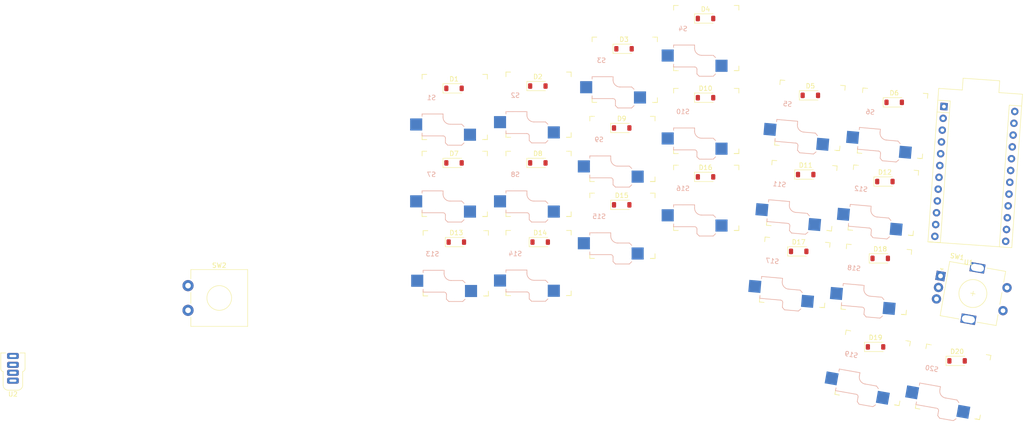
<source format=kicad_pcb>
(kicad_pcb (version 20241229) (generator "pcbnew") (generator_version "9.0")
  (layers (0 "F.Cu" signal) (2 "B.Cu" signal) (13 "F.Paste" user) (15 "B.Paste" user) (5 "F.SilkS" user "F.Silkscreen") (7 "B.SilkS" user "B.Silkscreen") (1 "F.Mask" user) (3 "B.Mask" user) (25 "Edge.Cuts" user))
  (net 0 "")
  (net 1 "0 Row")
  (net 2 "Net-(D1-A)")
  (net 3 "Net-(D2-A)")
  (net 4 "Net-(D3-A)")
  (net 5 "Net-(D4-A)")
  (net 6 "Net-(D5-A)")
  (net 7 "Net-(D6-A)")
  (net 8 "1 Row")
  (net 9 "Net-(D7-A)")
  (net 10 "Net-(D8-A)")
  (net 11 "Net-(D9-A)")
  (net 12 "Net-(D10-A)")
  (net 13 "Net-(D11-A)")
  (net 14 "Net-(D12-A)")
  (net 15 "Net-(D13-A)")
  (net 16 "2 Row")
  (net 17 "Net-(D14-A)")
  (net 18 "Net-(D15-A)")
  (net 19 "Net-(D16-A)")
  (net 20 "Net-(D17-A)")
  (net 21 "Net-(D18-A)")
  (net 22 "3 Row")
  (net 23 "Net-(D19-A)")
  (net 24 "Net-(D20-A)")
  (net 25 "0 Column")
  (net 26 "1 Column")
  (net 27 "2 Column")
  (net 28 "3 Column")
  (net 29 "4 Column")
  (net 30 "5 Column")
  (net 31 "GND")
  (net 32 "Net-(U1-5{slash}PC6)")
  (net 33 "Net-(U1-A3{slash}PF4)")
  (net 34 "Net-(U1-4{slash}PD4)")
  (net 35 "RST")
  (net 36 "VCC")
  (net 39 "SCL")
  (net 40 "SDA")
  (footprint "Diode_SMD:D_SOD-123" (layer "F.Cu") (at 230.85 73)
    (property "Reference" "D5" (at 0 -2 0) (layer "F.SilkS"))
    (property "Value" "~")
    (pad "1" smd roundrect (at -1.65 0) (size 0.9 1.2) (layers "F.Cu" "F.Mask" "F.Paste") (net 1 "0 Row"))
    (pad "2" smd roundrect (at 1.65 0) (size 0.9 1.2) (layers "F.Cu" "F.Mask" "F.Paste") (net 6 "Net-(D5-A)"))
  )
  (footprint "Diode_SMD:D_SOD-123" (layer "F.Cu") (at 208.35 73.5)
    (property "Reference" "D10" (at 0 -2 0) (layer "F.SilkS"))
    (property "Value" "~")
    (pad "1" smd roundrect (at -1.65 0) (size 0.9 1.2) (layers "F.Cu" "F.Mask" "F.Paste") (net 8 "1 Row"))
    (pad "2" smd roundrect (at 1.65 0) (size 0.9 1.2) (layers "F.Cu" "F.Mask" "F.Paste") (net 12 "Net-(D10-A)"))
  )
  (footprint "keyswitches:Kailh_socket_PG1350" (layer "F.Cu") (at 246.520929 95.520643 -5)
    (property "Reference" "S12" (at -5.000001 -2.000001 175) (layer "B.SilkS") (effects (justify mirror)))
    (property "Value" "~")
    (pad "" np_thru_hole circle (at -5.5 0 355) (size 1.7018 1.7018) (drill 1.7018) (layers "*.Cu" "*.Mask"))
    (pad "" np_thru_hole circle (at -5 3.750001 355) (size 3 3) (drill 3) (layers "*.Cu" "*.Mask"))
    (pad "" np_thru_hole circle (at 0 0 355) (size 3.429 3.429) (drill 3.429) (layers "*.Cu" "*.Mask"))
    (pad "" np_thru_hole circle (at 0 5.95 355) (size 3 3) (drill 3) (layers "*.Cu" "*.Mask"))
    (pad "" np_thru_hole circle (at 5.22 -4.2 355) (size 0.9906 0.9906) (drill 0.9906) (layers "*.Cu" "*.Mask"))
    (pad "" np_thru_hole circle (at 5.5 0 355) (size 1.7018 1.7018) (drill 1.7018) (layers "*.Cu" "*.Mask"))
    (pad "1" smd rect (at 3.275 5.95 355) (size 2.6 2.6) (layers "B.Cu" "B.Mask" "B.Paste") (net 30 "5 Column"))
    (pad "2" smd rect (at -8.275 3.75 355) (size 2.6 2.6) (layers "B.Cu" "B.Mask" "B.Paste") (net 14 "Net-(D12-A)"))
  )
  (footprint "Diode_SMD:D_SOD-123" (layer "F.Cu") (at 154.35 87.5)
    (property "Reference" "D7" (at 0 -2 0) (layer "F.SilkS"))
    (property "Value" "~")
    (pad "1" smd roundrect (at -1.65 0) (size 0.9 1.2) (layers "F.Cu" "F.Mask" "F.Paste") (net 8 "1 Row"))
    (pad "2" smd roundrect (at 1.65 0) (size 0.9 1.2) (layers "F.Cu" "F.Mask" "F.Paste") (net 9 "Net-(D7-A)"))
  )
  (footprint "Diode_SMD:D_SOD-123" (layer "F.Cu") (at 208.35 90.5)
    (property "Reference" "D16" (at 0 -2 0) (layer "F.SilkS"))
    (property "Value" "~")
    (pad "1" smd roundrect (at -1.65 0) (size 0.9 1.2) (layers "F.Cu" "F.Mask" "F.Paste") (net 16 "2 Row"))
    (pad "2" smd roundrect (at 1.65 0) (size 0.9 1.2) (layers "F.Cu" "F.Mask" "F.Paste") (net 19 "Net-(D16-A)"))
  )
  (footprint "keyswitches:Kailh_socket_PG1350" (layer "F.Cu") (at 261.5 134.5 -10)
    (property "Reference" "S20" (at -5.000003 -2 170) (layer "B.SilkS") (effects (justify mirror)))
    (property "Value" "~")
    (pad "" np_thru_hole circle (at -5.500001 -0.000001 350) (size 1.7018 1.7018) (drill 1.7018) (layers "*.Cu" "*.Mask"))
    (pad "" np_thru_hole circle (at -5.000001 3.75 350) (size 3 3) (drill 3) (layers "*.Cu" "*.Mask"))
    (pad "" np_thru_hole circle (at 0 0 350) (size 3.429 3.429) (drill 3.429) (layers "*.Cu" "*.Mask"))
    (pad "" np_thru_hole circle (at 0 5.95 350) (size 3 3) (drill 3) (layers "*.Cu" "*.Mask"))
    (pad "" np_thru_hole circle (at 5.219999 -4.2 350) (size 0.9906 0.9906) (drill 0.9906) (layers "*.Cu" "*.Mask"))
    (pad "" np_thru_hole circle (at 5.500001 0.000001 350) (size 1.7018 1.7018) (drill 1.7018) (layers "*.Cu" "*.Mask"))
    (pad "1" smd rect (at 3.274999 5.95 350) (size 2.6 2.6) (layers "B.Cu" "B.Mask" "B.Paste") (net 30 "5 Column"))
    (pad "2" smd rect (at -8.275 3.75 350) (size 2.6 2.6) (layers "B.Cu" "B.Mask" "B.Paste") (net 24 "Net-(D20-A)"))
  )
  (footprint "Diode_SMD:D_SOD-123" (layer "F.Cu") (at 190.85 63)
    (property "Reference" "D3" (at 0 -2 0) (layer "F.SilkS"))
    (property "Value" "~")
    (pad "1" smd roundrect (at -1.65 0) (size 0.9 1.2) (layers "F.Cu" "F.Mask" "F.Paste") (net 1 "0 Row"))
    (pad "2" smd roundrect (at 1.65 0) (size 0.9 1.2) (layers "F.Cu" "F.Mask" "F.Paste") (net 4 "Net-(D3-A)"))
  )
  (footprint "Diode_SMD:D_SOD-123" (layer "F.Cu") (at 248.85 74.5)
    (property "Reference" "D6" (at 0 -2 0) (layer "F.SilkS"))
    (property "Value" "~")
    (pad "1" smd roundrect (at -1.65 0) (size 0.9 1.2) (layers "F.Cu" "F.Mask" "F.Paste") (net 1 "0 Row"))
    (pad "2" smd roundrect (at 1.65 0) (size 0.9 1.2) (layers "F.Cu" "F.Mask" "F.Paste") (net 7 "Net-(D6-A)"))
  )
  (footprint "Diode_SMD:D_SOD-123" (layer "F.Cu") (at 190.35 96.5)
    (property "Reference" "D15" (at 0 -2 0) (layer "F.SilkS"))
    (property "Value" "~")
    (pad "1" smd roundrect (at -1.65 0) (size 0.9 1.2) (layers "F.Cu" "F.Mask" "F.Paste") (net 16 "2 Row"))
    (pad "2" smd roundrect (at 1.65 0) (size 0.9 1.2) (layers "F.Cu" "F.Mask" "F.Paste") (net 18 "Net-(D15-A)"))
  )
  (footprint "keyswitches:Kailh_socket_PG1350" (layer "F.Cu") (at 227.5 111 -5)
    (property "Reference" "S17" (at -5.000001 -2.000001 175) (layer "B.SilkS") (effects (justify mirror)))
    (property "Value" "~")
    (pad "" np_thru_hole circle (at -5.5 0 355) (size 1.7018 1.7018) (drill 1.7018) (layers "*.Cu" "*.Mask"))
    (pad "" np_thru_hole circle (at -5 3.750001 355) (size 3 3) (drill 3) (layers "*.Cu" "*.Mask"))
    (pad "" np_thru_hole circle (at 0 0 355) (size 3.429 3.429) (drill 3.429) (layers "*.Cu" "*.Mask"))
    (pad "" np_thru_hole circle (at 0 5.95 355) (size 3 3) (drill 3) (layers "*.Cu" "*.Mask"))
    (pad "" np_thru_hole circle (at 5.22 -4.2 355) (size 0.9906 0.9906) (drill 0.9906) (layers "*.Cu" "*.Mask"))
    (pad "" np_thru_hole circle (at 5.5 0 355) (size 1.7018 1.7018) (drill 1.7018) (layers "*.Cu" "*.Mask"))
    (pad "1" smd rect (at 3.275 5.95 355) (size 2.6 2.6) (layers "B.Cu" "B.Mask" "B.Paste") (net 29 "4 Column"))
    (pad "2" smd rect (at -8.275 3.75 355) (size 2.6 2.6) (layers "B.Cu" "B.Mask" "B.Paste") (net 20 "Net-(D17-A)"))
  )
  (footprint "keyswitches:Kailh_socket_PG1350" (layer "F.Cu") (at 208.5 78.5)
    (property "Reference" "S10" (at -5 -2 0) (layer "B.SilkS") (effects (justify mirror)))
    (property "Value" "~")
    (pad "" np_thru_hole circle (at -5.5 0) (size 1.7018 1.7018) (drill 1.7018) (layers "*.Cu" "*.Mask"))
    (pad "" np_thru_hole circle (at -5 3.75) (size 3 3) (drill 3) (layers "*.Cu" "*.Mask"))
    (pad "" np_thru_hole circle (at 0 0) (size 3.429 3.429) (drill 3.429) (layers "*.Cu" "*.Mask"))
    (pad "" np_thru_hole circle (at 0 5.95) (size 3 3) (drill 3) (layers "*.Cu" "*.Mask"))
    (pad "" np_thru_hole circle (at 5.22 -4.2) (size 0.9906 0.9906) (drill 0.9906) (layers "*.Cu" "*.Mask"))
    (pad "" np_thru_hole circle (at 5.5 0) (size 1.7018 1.7018) (drill 1.7018) (layers "*.Cu" "*.Mask"))
    (pad "1" smd rect (at 3.275 5.95) (size 2.6 2.6) (layers "B.Cu" "B.Mask" "B.Paste") (net 28 "3 Column"))
    (pad "2" smd rect (at -8.275 3.75) (size 2.6 2.6) (layers "B.Cu" "B.Mask" "B.Paste") (net 12 "Net-(D10-A)"))
  )
  (footprint "Diode_SMD:D_SOD-123" (layer "F.Cu") (at 229.85 90)
    (property "Reference" "D11" (at 0 -2 0) (layer "F.SilkS"))
    (property "Value" "~")
    (pad "1" smd roundrect (at -1.65 0) (size 0.9 1.2) (layers "F.Cu" "F.Mask" "F.Paste") (net 8 "1 Row"))
    (pad "2" smd roundrect (at 1.65 0) (size 0.9 1.2) (layers "F.Cu" "F.Mask" "F.Paste") (net 13 "Net-(D11-A)"))
  )
  (footprint "Diode_SMD:D_SOD-123" (layer "F.Cu") (at 245.85 108)
    (property "Reference" "D18" (at 0 -2 0) (layer "F.SilkS"))
    (property "Value" "~")
    (pad "1" smd roundrect (at -1.65 0) (size 0.9 1.2) (layers "F.Cu" "F.Mask" "F.Paste") (net 16 "2 Row"))
    (pad "2" smd roundrect (at 1.65 0) (size 0.9 1.2) (layers "F.Cu" "F.Mask" "F.Paste") (net 21 "Net-(D18-A)"))
  )
  (footprint "keyswitches:Kailh_socket_PG1350" (layer "F.Cu") (at 230.756039 77.287206 -5)
    (property "Reference" "S5" (at -5.000001 -2.000001 175) (layer "B.SilkS") (effects (justify mirror)))
    (property "Value" "~")
    (pad "" np_thru_hole circle (at -5.5 0 355) (size 1.7018 1.7018) (drill 1.7018) (layers "*.Cu" "*.Mask"))
    (pad "" np_thru_hole circle (at -5 3.750001 355) (size 3 3) (drill 3) (layers "*.Cu" "*.Mask"))
    (pad "" np_thru_hole circle (at 0 0 355) (size 3.429 3.429) (drill 3.429) (layers "*.Cu" "*.Mask"))
    (pad "" np_thru_hole circle (at 0 5.95 355) (size 3 3) (drill 3) (layers "*.Cu" "*.Mask"))
    (pad "" np_thru_hole circle (at 5.22 -4.2 355) (size 0.9906 0.9906) (drill 0.9906) (layers "*.Cu" "*.Mask"))
    (pad "" np_thru_hole circle (at 5.5 0 355) (size 1.7018 1.7018) (drill 1.7018) (layers "*.Cu" "*.Mask"))
    (pad "1" smd rect (at 3.275 5.95 355) (size 2.6 2.6) (layers "B.Cu" "B.Mask" "B.Paste") (net 29 "4 Column"))
    (pad "2" smd rect (at -8.275 3.75 355) (size 2.6 2.6) (layers "B.Cu" "B.Mask" "B.Paste") (net 6 "Net-(D5-A)"))
  )
  (footprint "keyswitches:Kailh_socket_PG1350" (layer "F.Cu") (at 154.5 75.5)
    (property "Reference" "S1" (at -5 -2 0) (layer "B.SilkS") (effects (justify mirror)))
    (property "Value" "~")
    (pad "" np_thru_hole circle (at -5.5 0) (size 1.7018 1.7018) (drill 1.7018) (layers "*.Cu" "*.Mask"))
    (pad "" np_thru_hole circle (at -5 3.75) (size 3 3) (drill 3) (layers "*.Cu" "*.Mask"))
    (pad "" np_thru_hole circle (at 0 0) (size 3.429 3.429) (drill 3.429) (layers "*.Cu" "*.Mask"))
    (pad "" np_thru_hole circle (at 0 5.95) (size 3 3) (drill 3) (layers "*.Cu" "*.Mask"))
    (pad "" np_thru_hole circle (at 5.22 -4.2) (size 0.9906 0.9906) (drill 0.9906) (layers "*.Cu" "*.Mask"))
    (pad "" np_thru_hole circle (at 5.5 0) (size 1.7018 1.7018) (drill 1.7018) (layers "*.Cu" "*.Mask"))
    (pad "1" smd rect (at 3.275 5.95) (size 2.6 2.6) (layers "B.Cu" "B.Mask" "B.Paste") (net 25 "0 Column"))
    (pad "2" smd rect (at -8.275 3.75) (size 2.6 2.6) (layers "B.Cu" "B.Mask" "B.Paste") (net 2 "Net-(D1-A)"))
  )
  (footprint "Diode_SMD:D_SOD-123" (layer "F.Cu") (at 172.35 87.5)
    (property "Reference" "D8" (at 0 -2 0) (layer "F.SilkS"))
    (property "Value" "~")
    (pad "1" smd roundrect (at -1.65 0) (size 0.9 1.2) (layers "F.Cu" "F.Mask" "F.Paste") (net 8 "1 Row"))
    (pad "2" smd roundrect (at 1.65 0) (size 0.9 1.2) (layers "F.Cu" "F.Mask" "F.Paste") (net 10 "Net-(D8-A)"))
  )
  (footprint "Diode_SMD:D_SOD-123" (layer "F.Cu") (at 172.85 104.5)
    (property "Reference" "D14" (at 0 -2 0) (layer "F.SilkS"))
    (property "Value" "~")
    (pad "1" smd roundrect (at -1.65 0) (size 0.9 1.2) (layers "F.Cu" "F.Mask" "F.Paste") (net 16 "2 Row"))
    (pad "2" smd roundrect (at 1.65 0) (size 0.9 1.2) (layers "F.Cu" "F.Mask" "F.Paste") (net 17 "Net-(D14-A)"))
  )
  (footprint "keyswitches:Kailh_socket_PG1350" (layer "F.Cu") (at 229.020929 94.520643 -5)
    (property "Reference" "S11" (at -5.000001 -2.000001 175) (layer "B.SilkS") (effects (justify mirror)))
    (property "Value" "~")
    (pad "" np_thru_hole circle (at -5.5 0 355) (size 1.7018 1.7018) (drill 1.7018) (layers "*.Cu" "*.Mask"))
    (pad "" np_thru_hole circle (at -5 3.750001 355) (size 3 3) (drill 3) (layers "*.Cu" "*.Mask"))
    (pad "" np_thru_hole circle (at 0 0 355) (size 3.429 3.429) (drill 3.429) (layers "*.Cu" "*.Mask"))
    (pad "" np_thru_hole circle (at 0 5.95 355) (size 3 3) (drill 3) (layers "*.Cu" "*.Mask"))
    (pad "" np_thru_hole circle (at 5.22 -4.2 355) (size 0.9906 0.9906) (drill 0.9906) (layers "*.Cu" "*.Mask"))
    (pad "" np_thru_hole circle (at 5.5 0 355) (size 1.7018 1.7018) (drill 1.7018) (layers "*.Cu" "*.Mask"))
    (pad "1" smd rect (at 3.275 5.95 355) (size 2.6 2.6) (layers "B.Cu" "B.Mask" "B.Paste") (net 29 "4 Column"))
    (pad "2" smd rect (at -8.275 3.75 355) (size 2.6 2.6) (layers "B.Cu" "B.Mask" "B.Paste") (net 13 "Net-(D11-A)"))
  )
  (footprint "keyswitches:Kailh_socket_PG1350" (layer "F.Cu") (at 244.222637 131.5 -10)
    (property "Reference" "S19" (at -5.000003 -2 170) (layer "B.SilkS") (effects (justify mirror)))
    (property "Value" "~")
    (pad "" np_thru_hole circle (at -5.500001 -0.000001 350) (size 1.7018 1.7018) (drill 1.7018) (layers "*.Cu" "*.Mask"))
    (pad "" np_thru_hole circle (at -5.000001 3.75 350) (size 3 3) (drill 3) (layers "*.Cu" "*.Mask"))
    (pad "" np_thru_hole circle (at 0 0 350) (size 3.429 3.429) (drill 3.429) (layers "*.Cu" "*.Mask"))
    (pad "" np_thru_hole circle (at 0 5.95 350) (size 3 3) (drill 3) (layers "*.Cu" "*.Mask"))
    (pad "" np_thru_hole circle (at 5.219999 -4.2 350) (size 0.9906 0.9906) (drill 0.9906) (layers "*.Cu" "*.Mask"))
    (pad "" np_thru_hole circle (at 5.500001 0.000001 350) (size 1.7018 1.7018) (drill 1.7018) (layers "*.Cu" "*.Mask"))
    (pad "1" smd rect (at 3.274999 5.95 350) (size 2.6 2.6) (layers "B.Cu" "B.Mask" "B.Paste") (net 29 "4 Column"))
    (pad "2" smd rect (at -8.275 3.75 350) (size 2.6 2.6) (layers "B.Cu" "B.Mask" "B.Paste") (net 23 "Net-(D19-A)"))
  )
  (footprint "Connector_Audio:Plug_3.5mm_CUI_SP-3541" (layer "F.Cu") (at 59.655 128.95)
    (property "Reference" "U2" (at 0 8.2 0) (layer "F.SilkS"))
    (property "Value" "TRRS")
    (pad "R1" thru_hole roundrect (at 0 3.6) (size 2.5 1.3) (drill oval 1.5 0.5) (layers "*.Cu" "*.Mask"))
    (pad "R2" thru_hole roundrect (at 0 1.9) (size 2.5 1.3) (drill oval 1.5 0.5) (layers "*.Cu" "*.Mask"))
    (pad "S" thru_hole roundrect (at 0 0) (size 2.5 1.3) (drill oval 1.5 0.5) (layers "*.Cu" "*.Mask"))
    (pad "T" thru_hole roundrect (at 0 5.3) (size 2.5 1.3) (drill oval 1.5 0.5) (layers "*.Cu" "*.Mask"))
  )
  (footprint "Arduino:Sparkfun_Pro_Micro" (layer "F.Cu") (at 272.785424 104.33359 176)
    (property "Reference" "U1" (at 7.62 -5.08 176) (layer "F.SilkS"))
    (property "Value" "Arduino_Pro_Micro")
    (pad "1" thru_hole rect (at 15.240001 27.94 176) (size 1.6 1.6) (drill 0.8) (layers "*.Cu" "*.Mask"))
    (pad "2" thru_hole oval (at 15.24 25.399999 176) (size 1.6 1.6) (drill 0.8) (layers "*.Cu" "*.Mask"))
    (pad "3" thru_hole oval (at 15.24 22.860001 176) (size 1.6 1.6) (drill 0.8) (layers "*.Cu" "*.Mask") (net 31 "GND"))
    (pad "4" thru_hole oval (at 15.239999 20.32 176) (size 1.6 1.6) (drill 0.8) (layers "*.Cu" "*.Mask") (net 31 "GND"))
    (pad "5" thru_hole oval (at 15.24 17.780001 176) (size 1.6 1.6) (drill 0.8) (layers "*.Cu" "*.Mask") (net 40 "SDA"))
    (pad "6" thru_hole oval (at 15.24 15.240001 176) (size 1.6 1.6) (drill 0.8) (layers "*.Cu" "*.Mask") (net 39 "SCL"))
    (pad "7" thru_hole oval (at 15.239999 12.699999 176) (size 1.6 1.6) (drill 0.8) (layers "*.Cu" "*.Mask") (net 34 "Net-(U1-4{slash}PD4)"))
    (pad "8" thru_hole oval (at 15.24 10.16 176) (size 1.6 1.6) (drill 0.8) (layers "*.Cu" "*.Mask") (net 32 "Net-(U1-5{slash}PC6)"))
    (pad "9" thru_hole oval (at 15.240001 7.62 176) (size 1.6 1.6) (drill 0.8) (layers "*.Cu" "*.Mask") (net 30 "5 Column"))
    (pad "10" thru_hole oval (at 15.240001 5.08 176) (size 1.6 1.6) (drill 0.8) (layers "*.Cu" "*.Mask") (net 29 "4 Column"))
    (pad "11" thru_hole oval (at 15.24 2.54 176) (size 1.6 1.6) (drill 0.8) (layers "*.Cu" "*.Mask") (net 28 "3 Column"))
    (pad "12" thru_hole oval (at 15.24 0.000001 176) (size 1.6 1.6) (drill 0.8) (layers "*.Cu" "*.Mask") (net 27 "2 Column"))
    (pad "13" thru_hole oval (at 0 0 176) (size 1.6 1.6) (drill 0.8) (layers "*.Cu" "*.Mask"))
    (pad "14" thru_hole oval (at -0.000001 2.54 176) (size 1.6 1.6) (drill 0.8) (layers "*.Cu" "*.Mask") (net 25 "0 Column"))
    (pad "15" thru_hole oval (at 0.000001 5.08 176) (size 1.6 1.6) (drill 0.8) (layers "*.Cu" "*.Mask") (net 26 "1 Column"))
    (pad "16" thru_hole oval (at 0 7.62 176) (size 1.6 1.6) (drill 0.8) (layers "*.Cu" "*.Mask") (net 22 "3 Row"))
    (pad "17" thru_hole oval (at 0.000002 10.16 176) (size 1.6 1.6) (drill 0.8) (layers "*.Cu" "*.Mask") (net 16 "2 Row"))
    (pad "18" thru_hole oval (at -0.000001 12.700001 176) (size 1.6 1.6) (drill 0.8) (layers "*.Cu" "*.Mask") (net 8 "1 Row"))
    (pad "19" thru_hole oval (at -0.000001 15.24 176) (size 1.6 1.6) (drill 0.8) (layers "*.Cu" "*.Mask") (net 1 "0 Row"))
    (pad "20" thru_hole oval (at 0 17.78 176) (size 1.6 1.6) (drill 0.8) (layers "*.Cu" "*.Mask") (net 33 "Net-(U1-A3{slash}PF4)"))
    (pad "21" thru_hole oval (at 0 20.32 176) (size 1.6 1.6) (drill 0.8) (layers "*.Cu" "*.Mask") (net 36 "VCC"))
    (pad "22" thru_hole oval (at 0.000001 22.86 176) (size 1.6 1.6) (drill 0.8) (layers "*.Cu" "*.Mask") (net 35 "RST"))
    (pad "23" thru_hole oval (at 0 25.4 176) (size 1.6 1.6) (drill 0.8) (layers "*.Cu" "*.Mask") (net 31 "GND"))
    (pad "24" thru_hole oval (at 0 27.939999 176) (size 1.6 1.6) (drill 0.8) (layers "*.Cu" "*.Mask"))
  )
  (footprint "Diode_SMD:D_SOD-123" (layer "F.Cu") (at 154.85 104.5)
    (property "Reference" "D13" (at 0 -2 0) (layer "F.SilkS"))
    (property "Value" "~")
    (pad "1" smd roundrect (at -1.65 0) (size 0.9 1.2) (layers "F.Cu" "F.Mask" "F.Paste") (net 16 "2 Row"))
    (pad "2" smd roundrect (at 1.65 0) (size 0.9 1.2) (layers "F.Cu" "F.Mask" "F.Paste") (net 15 "Net-(D13-A)"))
  )
  (footprint "keyswitches:Kailh_socket_PG1350" (layer "F.Cu") (at 172.5 92)
    (property "Reference" "S8" (at -5 -2 0) (layer "B.SilkS") (effects (justify mirror)))
    (property "Value" "~")
    (pad "" np_thru_hole circle (at -5.5 0) (size 1.7018 1.7018) (drill 1.7018) (layers "*.Cu" "*.Mask"))
    (pad "" np_thru_hole circle (at -5 3.75) (size 3 3) (drill 3) (layers "*.Cu" "*.Mask"))
    (pad "" np_thru_hole circle (at 0 0) (size 3.429 3.429) (drill 3.429) (layers "*.Cu" "*.Mask"))
    (pad "" np_thru_hole circle (at 0 5.95) (size 3 3) (drill 3) (layers "*.Cu" "*.Mask"))
    (pad "" np_thru_hole circle (at 5.22 -4.2) (size 0.9906 0.9906) (drill 0.9906) (layers "*.Cu" "*.Mask"))
    (pad "" np_thru_hole circle (at 5.5 0) (size 1.7018 1.7018) (drill 1.7018) (layers "*.Cu" "*.Mask"))
    (pad "1" smd rect (at 3.275 5.95) (size 2.6 2.6) (layers "B.Cu" "B.Mask" "B.Paste") (net 26 "1 Column"))
    (pad "2" smd rect (at -8.275 3.75) (size 2.6 2.6) (layers "B.Cu" "B.Mask" "B.Paste") (net 10 "Net-(D8-A)"))
  )
  (footprint "Diode_SMD:D_SOD-123" (layer "F.Cu") (at 262.35 130)
    (property "Reference" "D20" (at 0 -2 0) (layer "F.SilkS"))
    (property "Value" "~")
    (pad "1" smd roundrect (at -1.65 0) (size 0.9 1.2) (layers "F.Cu" "F.Mask" "F.Paste") (net 22 "3 Row"))
    (pad "2" smd roundrect (at 1.65 0) (size 0.9 1.2) (layers "F.Cu" "F.Mask" "F.Paste") (net 24 "Net-(D20-A)"))
  )
  (footprint "keyswitches:Kailh_socket_PG1350" (layer "F.Cu") (at 208.5 60.7)
    (property "Reference" "S4" (at -5 -2 0) (layer "B.SilkS") (effects (justify mirror)))
    (property "Value" "~")
    (pad "" np_thru_hole circle (at -5.5 0) (size 1.7018 1.7018) (drill 1.7018) (layers "*.Cu" "*.Mask"))
    (pad "" np_thru_hole circle (at -5 3.75) (size 3 3) (drill 3) (layers "*.Cu" "*.Mask"))
    (pad "" np_thru_hole circle (at 0 0) (size 3.429 3.429) (drill 3.429) (layers "*.Cu" "*.Mask"))
    (pad "" np_thru_hole circle (at 0 5.95) (size 3 3) (drill 3) (layers "*.Cu" "*.Mask"))
    (pad "" np_thru_hole circle (at 5.22 -4.2) (size 0.9906 0.9906) (drill 0.9906) (layers "*.Cu" "*.Mask"))
    (pad "" np_thru_hole circle (at 5.5 0) (size 1.7018 1.7018) (drill 1.7018) (layers "*.Cu" "*.Mask"))
    (pad "1" smd rect (at 3.275 5.95) (size 2.6 2.6) (layers "B.Cu" "B.Mask" "B.Paste") (net 28 "3 Column"))
    (pad "2" smd rect (at -8.275 3.75) (size 2.6 2.6) (layers "B.Cu" "B.Mask" "B.Paste") (net 5 "Net-(D4-A)"))
  )
  (footprint "Button_Switch_THT:SW_CW_GPTS203211B" (layer "F.Cu") (at 97.25 113.85)
    (property "Reference" "SW2" (at 6.7 -4.35 0) (layer "F.SilkS"))
    (property "Value" "Switch")
    (pad "1" thru_hole circle (at 0 0) (size 2.4 2.4) (drill 1.2) (layers "*.Cu" "*.Mask") (net 31 "GND"))
    (pad "2" thru_hole circle (at 0 5.3) (size 2.4 2.4) (drill 1.2) (layers "*.Cu" "*.Mask") (net 35 "RST"))
  )
  (footprint "Diode_SMD:D_SOD-123" (layer "F.Cu") (at 172.35 71)
    (property "Reference" "D2" (at 0 -2 0) (layer "F.SilkS"))
    (property "Value" "~")
    (pad "1" smd roundrect (at -1.65 0) (size 0.9 1.2) (layers "F.Cu" "F.Mask" "F.Paste") (net 1 "0 Row"))
    (pad "2" smd roundrect (at 1.65 0) (size 0.9 1.2) (layers "F.Cu" "F.Mask" "F.Paste") (net 3 "Net-(D2-A)"))
  )
  (footprint "keyswitches:Kailh_socket_PG1350" (layer "F.Cu") (at 248.5 79 -5)
    (property "Reference" "S6" (at -5.000001 -2.000001 175) (layer "B.SilkS") (effects (justify mirror)))
    (property "Value" "~")
    (pad "" np_thru_hole circle (at -5.5 0 355) (size 1.7018 1.7018) (drill 1.7018) (layers "*.Cu" "*.Mask"))
    (pad "" np_thru_hole circle (at -5 3.750001 355) (size 3 3) (drill 3) (layers "*.Cu" "*.Mask"))
    (pad "" np_thru_hole circle (at 0 0 355) (size 3.429 3.429) (drill 3.429) (layers "*.Cu" "*.Mask"))
    (pad "" np_thru_hole circle (at 0 5.95 355) (size 3 3) (drill 3) (layers "*.Cu" "*.Mask"))
    (pad "" np_thru_hole circle (at 5.22 -4.2 355) (size 0.9906 0.9906) (drill 0.9906) (layers "*.Cu" "*.Mask"))
    (pad "" np_thru_hole circle (at 5.5 0 355) (size 1.7018 1.7018) (drill 1.7018) (layers "*.Cu" "*.Mask"))
    (pad "1" smd rect (at 3.275 5.95 355) (size 2.6 2.6) (layers "B.Cu" "B.Mask" "B.Paste") (net 30 "5 Column"))
    (pad "2" smd rect (at -8.275 3.75 355) (size 2.6 2.6) (layers "B.Cu" "B.Mask" "B.Paste") (net 7 "Net-(D6-A)"))
  )
  (footprint "Diode_SMD:D_SOD-123" (layer "F.Cu") (at 208.35 56.5)
    (property "Reference" "D4" (at 0 -2 0) (layer "F.SilkS"))
    (property "Value" "~")
    (pad "1" smd roundrect (at -1.65 0) (size 0.9 1.2) (layers "F.Cu" "F.Mask" "F.Paste") (net 1 "0 Row"))
    (pad "2" smd roundrect (at 1.65 0) (size 0.9 1.2) (layers "F.Cu" "F.Mask" "F.Paste") (net 5 "Net-(D4-A)"))
  )
  (footprint "Diode_SMD:D_SOD-123" (layer "F.Cu") (at 228.35 106.5)
    (property "Reference" "D17" (at 0 -2 0) (layer "F.SilkS"))
    (property "Value" "~")
    (pad "1" smd roundrect (at -1.65 0) (size 0.9 1.2) (layers "F.Cu" "F.Mask" "F.Paste") (net 16 "2 Row"))
    (pad "2" smd roundrect (at 1.65 0) (size 0.9 1.2) (layers "F.Cu" "F.Mask" "F.Paste") (net 20 "Net-(D17-A)"))
  )
  (footprint "Diode_SMD:D_SOD-123" (layer "F.Cu") (at 190.35 80)
    (property "Reference" "D9" (at 0 -2 0) (layer "F.SilkS"))
    (property "Value" "~")
    (pad "1" smd roundrect (at -1.65 0) (size 0.9 1.2) (layers "F.Cu" "F.Mask" "F.Paste") (net 8 "1 Row"))
    (pad "2" smd roundrect (at 1.65 0) (size 0.9 1.2) (layers "F.Cu" "F.Mask" "F.Paste") (net 11 "Net-(D9-A)"))
  )
  (footprint "keyswitches:Kailh_socket_PG1350" (layer "F.Cu") (at 154.725 109.05)
    (property "Reference" "S13" (at -5 -2 0) (layer "B.SilkS") (effects (justify mirror)))
    (property "Value" "~")
    (pad "" np_thru_hole circle (at -5.5 0) (size 1.7018 1.7018) (drill 1.7018) (layers "*.Cu" "*.Mask"))
    (pad "" np_thru_hole circle (at -5 3.75) (size 3 3) (drill 3) (layers "*.Cu" "*.Mask"))
    (pad "" np_thru_hole circle (at 0 0) (size 3.429 3.429) (drill 3.429) (layers "*.Cu" "*.Mask"))
    (pad "" np_thru_hole circle (at 0 5.95) (size 3 3) (drill 3) (layers "*.Cu" "*.Mask"))
    (pad "" np_thru_hole circle (at 5.22 -4.2) (size 0.9906 0.9906) (drill 0.9906) (layers "*.Cu" "*.Mask"))
    (pad "" np_thru_hole circle (at 5.5 0) (size 1.7018 1.7018) (drill 1.7018) (layers "*.Cu" "*.Mask"))
    (pad "1" smd rect (at 3.275 5.95) (size 2.6 2.6) (layers "B.Cu" "B.Mask" "B.Paste") (net 25 "0 Column"))
    (pad "2" smd rect (at -8.275 3.75) (size 2.6 2.6) (layers "B.Cu" "B.Mask" "B.Paste") (net 15 "Net-(D13-A)"))
  )
  (footprint "Diode_SMD:D_SOD-123" (layer "F.Cu") (at 154.35 71.5)
    (property "Reference" "D1" (at 0 -2 0) (layer "F.SilkS"))
    (property "Value" "~")
    (pad "1" smd roundrect (at -1.65 0) (size 0.9 1.2) (layers "F.Cu" "F.Mask" "F.Paste") (net 1 "0 Row"))
    (pad "2" smd roundrect (at 1.65 0) (size 0.9 1.2) (layers "F.Cu" "F.Mask" "F.Paste") (net 2 "Net-(D1-A)"))
  )
  (footprint "keyswitches:Kailh_socket_PG1350" (layer "F.Cu") (at 190.5 101)
    (property "Reference" "S15" (at -5 -2 0) (layer "B.SilkS") (effects (justify mirror)))
    (property "Value" "~")
    (pad "" np_thru_hole circle (at -5.5 0) (size 1.7018 1.7018) (drill 1.7018) (layers "*.Cu" "*.Mask"))
    (pad "" np_thru_hole circle (at -5 3.75) (size 3 3) (drill 3) (layers "*.Cu" "*.Mask"))
    (pad "" np_thru_hole circle (at 0 0) (size 3.429 3.429) (drill 3.429) (layers "*.Cu" "*.Mask"))
    (pad "" np_thru_hole circle (at 0 5.95) (size 3 3) (drill 3) (layers "*.Cu" "*.Mask"))
    (pad "" np_thru_hole circle (at 5.22 -4.2) (size 0.9906 0.9906) (drill 0.9906) (layers "*.Cu" "*.Mask"))
    (pad "" np_thru_hole circle (at 5.5 0) (size 1.7018 1.7018) (drill 1.7018) (layers "*.Cu" "*.Mask"))
    (pad "1" smd rect (at 3.275 5.95) (size 2.6 2.6) (layers "B.Cu" "B.Mask" "B.Paste") (net 27 "2 Column"))
    (pad "2" smd rect (at -8.275 3.75) (size 2.6 2.6) (layers "B.Cu" "B.Mask" "B.Paste") (net 18 "Net-(D15-A)"))
  )
  (footprint "keyswitches:Kailh_socket_PG1350" (layer "F.Cu") (at 191 67.5)
    (property "Reference" "S3" (at -5 -2 0) (layer "B.SilkS") (effects (justify mirror)))
    (property "Value" "~")
    (pad "" np_thru_hole circle (at -5.5 0) (size 1.7018 1.7018) (drill 1.7018) (layers "*.Cu" "*.Mask"))
    (pad "" np_thru_hole circle (at -5 3.75) (size 3 3) (drill 3) (layers "*.Cu" "*.Mask"))
    (pad "" np_thru_hole circle (at 0 0) (size 3.429 3.429) (drill 3.429) (layers "*.Cu" "*.Mask"))
    (pad "" np_thru_hole circle (at 0 5.95) (size 3 3) (drill 3) (layers "*.Cu" "*.Mask"))
    (pad "" np_thru_hole circle (at 5.22 -4.2) (size 0.9906 0.9906) (drill 0.9906) (layers "*.Cu" "*.Mask"))
    (pad "" np_thru_hole circle (at 5.5 0) (size 1.7018 1.7018) (drill 1.7018) (layers "*.Cu" "*.Mask"))
    (pad "1" smd rect (at 3.275 5.95) (size 2.6 2.6) (layers "B.Cu" "B.Mask" "B.Paste") (net 27 "2 Column"))
    (pad "2" smd rect (at -8.275 3.75) (size 2.6 2.6) (layers "B.Cu" "B.Mask" "B.Paste") (net 4 "Net-(D3-A)"))
  )
  (footprint "keyswitches:Kailh_socket_PG1350" (layer "F.Cu") (at 190.5 84.5)
    (property "Reference" "S9" (at -5 -2 0) (layer "B.SilkS") (effects (justify mirror)))
    (property "Value" "~")
    (pad "" np_thru_hole circle (at -5.5 0) (size 1.7018 1.7018) (drill 1.7018) (layers "*.Cu" "*.Mask"))
    (pad "" np_thru_hole circle (at -5 3.75) (size 3 3) (drill 3) (layers "*.Cu" "*.Mask"))
    (pad "" np_thru_hole circle (at 0 0) (size 3.429 3.429) (drill 3.429) (layers "*.Cu" "*.Mask"))
    (pad "" np_thru_hole circle (at 0 5.95) (size 3 3) (drill 3) (layers "*.Cu" "*.Mask"))
    (pad "" np_thru_hole circle (at 5.22 -4.2) (size 0.9906 0.9906) (drill 0.9906) (layers "*.Cu" "*.Mask"))
    (pad "" np_thru_hole circle (at 5.5 0) (size 1.7018 1.7018) (drill 1.7018) (layers "*.Cu" "*.Mask"))
    (pad "1" smd rect (at 3.275 5.95) (size 2.6 2.6) (layers "B.Cu" "B.Mask" "B.Paste") (net 27 "2 Column"))
    (pad "2" smd rect (at -8.275 3.75) (size 2.6 2.6) (layers "B.Cu" "B.Mask" "B.Paste") (net 11 "Net-(D9-A)"))
  )
  (footprint "Diode_SMD:D_SOD-123" (layer "F.Cu") (at 246.85 91.5)
    (property "Reference" "D12" (at 0 -2 0) (layer "F.SilkS"))
    (property "Value" "~")
    (pad "1" smd roundrect (at -1.65 0) (size 0.9 1.2) (layers "F.Cu" "F.Mask" "F.Paste") (net 8 "1 Row"))
    (pad "2" smd roundrect (at 1.65 0) (size 0.9 1.2) (layers "F.Cu" "F.Mask" "F.Paste") (net 14 "Net-(D12-A)"))
  )
  (footprint "keyswitches:Kailh_socket_PG1350" (layer "F.Cu") (at 154.5 92)
    (property "Reference" "S7" (at -5 -2 0) (layer "B.SilkS") (effects (justify mirror)))
    (property "Value" "~")
    (pad "" np_thru_hole circle (at -5.5 0) (size 1.7018 1.7018) (drill 1.7018) (layers "*.Cu" "*.Mask"))
    (pad "" np_thru_hole circle (at -5 3.75) (size 3 3) (drill 3) (layers "*.Cu" "*.Mask"))
    (pad "" np_thru_hole circle (at 0 0) (size 3.429 3.429) (drill 3.429) (layers "*.Cu" "*.Mask"))
    (pad "" np_thru_hole circle (at 0 5.95) (size 3 3) (drill 3) (layers "*.Cu" "*.Mask"))
    (pad "" np_thru_hole circle (at 5.22 -4.2) (size 0.9906 0.9906) (drill 0.9906) (layers "*.Cu" "*.Mask"))
    (pad "" np_thru_hole circle (at 5.5 0) (size 1.7018 1.7018) (drill 1.7018) (layers "*.Cu" "*.Mask"))
    (pad "1" smd rect (at 3.275 5.95) (size 2.6 2.6) (layers "B.Cu" "B.Mask" "B.Paste") (net 25 "0 Column"))
    (pad "2" smd rect (at -8.275 3.75) (size 2.6 2.6) (layers "B.Cu" "B.Mask" "B.Paste") (net 9 "Net-(D7-A)"))
  )
  (footprint "Diode_SMD:D_SOD-123" (layer "F.Cu") (at 244.85 127)
    (property "Reference" "D19" (at 0 -2 0) (layer "F.SilkS"))
    (property "Value" "~")
    (pad "1" smd roundrect (at -1.65 0) (size 0.9 1.2) (layers "F.Cu" "F.Mask" "F.Paste") (net 22 "3 Row"))
    (pad "2" smd roundrect (at 1.65 0) (size 0.9 1.2) (layers "F.Cu" "F.Mask" "F.Paste") (net 23 "Net-(D19-A)"))
  )
  (footprint "keyswitches:Kailh_socket_PG1350" (layer "F.Cu") (at 172.5 109)
    (property "Reference" "S14" (at -5 -2 0) (layer "B.SilkS") (effects (justify mirror)))
    (property "Value" "~")
    (pad "" np_thru_hole circle (at -5.5 0) (size 1.7018 1.7018) (drill 1.7018) (layers "*.Cu" "*.Mask"))
    (pad "" np_thru_hole circle (at -5 3.75) (size 3 3) (drill 3) (layers "*.Cu" "*.Mask"))
    (pad "" np_thru_hole circle (at 0 0) (size 3.429 3.429) (drill 3.429) (layers "*.Cu" "*.Mask"))
    (pad "" np_thru_hole circle (at 0 5.95) (size 3 3) (drill 3) (layers "*.Cu" "*.Mask"))
    (pad "" np_thru_hole circle (at 5.22 -4.2) (size 0.9906 0.9906) (drill 0.9906) (layers "*.Cu" "*.Mask"))
    (pad "" np_thru_hole circle (at 5.5 0) (size 1.7018 1.7018) (drill 1.7018) (layers "*.Cu" "*.Mask"))
    (pad "1" smd rect (at 3.275 5.95) (size 2.6 2.6) (layers "B.Cu" "B.Mask" "B.Paste") (net 26 "1 Column"))
    (pad "2" smd rect (at -8.275 3.75) (size 2.6 2.6) (layers "B.Cu" "B.Mask" "B.Paste") (net 17 "Net-(D14-A)"))
  )
  (footprint "keyswitches:Kailh_socket_PG1350" (layer "F.Cu") (at 172.5 75)
    (property "Reference" "S2" (at -5 -2 0) (layer "B.SilkS") (effects (justify mirror)))
    (property "Value" "~")
    (pad "" np_thru_hole circle (at -5.5 0) (size 1.7018 1.7018) (drill 1.7018) (layers "*.Cu" "*.Mask"))
    (pad "" np_thru_hole circle (at -5 3.75) (size 3 3) (drill 3) (layers "*.Cu" "*.Mask"))
    (pad "" np_thru_hole circle (at 0 0) (size 3.429 3.429) (drill 3.429) (layers "*.Cu" "*.Mask"))
    (pad "" np_thru_hole circle (at 0 5.95) (size 3 3) (drill 3) (layers "*.Cu" "*.Mask"))
    (pad "" np_thru_hole circle (at 5.22 -4.2) (size 0.9906 0.9906) (drill 0.9906) (layers "*.Cu" "*.Mask"))
    (pad "" np_thru_hole circle (at 5.5 0) (size 1.7018 1.7018) (drill 1.7018) (layers "*.Cu" "*.Mask"))
    (pad "1" smd rect (at 3.275 5.95) (size 2.6 2.6) (layers "B.Cu" "B.Mask" "B.Paste") (net 26 "1 Column"))
    (pad "2" smd rect (at -8.275 3.75) (size 2.6 2.6) (layers "B.Cu" "B.Mask" "B.Paste") (net 3 "Net-(D2-A)"))
  )
  (footprint "Rotary_Encoder:RotaryEncoder_Alps_EC11E-Switch_Vertical_H20mm" (layer "F.Cu") (at 258.794265 111.779031 -10)
    (property "Reference" "SW1" (at 2.8 -4.699999 170) (layer "F.SilkS"))
    (property "Value" "RotaryEncoder_Switch_MP")
    (pad "A" thru_hole rect (at 0 0 350) (size 2 2) (drill 1) (layers "*.Cu" "*.Mask") (net 34 "Net-(U1-4{slash}PD4)"))
    (pad "B" thru_hole circle (at 0 5 350) (size 2 2) (drill 1) (layers "*.Cu" "*.Mask") (net 32 "Net-(U1-5{slash}PC6)"))
    (pad "C" thru_hole circle (at 0.000002 2.500001 350) (size 2 2) (drill 1) (layers "*.Cu" "*.Mask") (net 31 "GND"))
    (pad "MP" thru_hole rect (at 7.499998 -3.100002 350) (size 3.2 2) (drill oval 2.8 1.5) (layers "*.Cu" "*.Mask") (net 31 "GND"))
    (pad "MP" thru_hole rect (at 7.500001 8.1 350) (size 3.2 2) (drill oval 2.8 1.5) (layers "*.Cu" "*.Mask") (net 31 "GND"))
    (pad "S1" thru_hole circle (at 14.5 4.999999 350) (size 2 2) (drill 1) (layers "*.Cu" "*.Mask") (net 33 "Net-(U1-A3{slash}PF4)"))
    (pad "S2" thru_hole circle (at 14.499999 0 350) (size 2 2) (drill 1) (layers "*.Cu" "*.Mask") (net 31 "GND"))
  )
  (footprint "keyswitches:Kailh_socket_PG1350" (layer "F.Cu") (at 208.5 95)
    (property "Reference" "S16" (at -5 -2 0) (layer "B.SilkS") (effects (justify mirror)))
    (property "Value" "~")
    (pad "" np_thru_hole circle (at -5.5 0) (size 1.7018 1.7018) (drill 1.7018) (layers "*.Cu" "*.Mask"))
    (pad "" np_thru_hole circle (at -5 3.75) (size 3 3) (drill 3) (layers "*.Cu" "*.Mask"))
    (pad "" np_thru_hole circle (at 0 0) (size 3.429 3.429) (drill 3.429) (layers "*.Cu" "*.Mask"))
    (pad "" np_thru_hole circle (at 0 5.95) (size 3 3) (drill 3) (layers "*.Cu" "*.Mask"))
    (pad "" np_thru_hole circle (at 5.22 -4.2) (size 0.9906 0.9906) (drill 0.9906) (layers "*.Cu" "*.Mask"))
    (pad "" np_thru_hole circle (at 5.5 0) (size 1.7018 1.7018) (drill 1.7018) (layers "*.Cu" "*.Mask"))
    (pad "1" smd rect (at 3.275 5.95) (size 2.6 2.6) (layers "B.Cu" "B.Mask" "B.Paste") (net 28 "3 Column"))
    (pad "2" smd rect (at -8.275 3.75) (size 2.6 2.6) (layers "B.Cu" "B.Mask" "B.Paste") (net 19 "Net-(D16-A)"))
  )
  (footprint "keyswitches:Kailh_socket_PG1350" (layer "F.Cu") (at 245.020929 112.520643 -5)
    (property "Reference" "S18" (at -5.000001 -2.000001 175) (layer "B.SilkS") (effects (justify mirror)))
    (property "Value" "~")
    (pad "" np_thru_hole circle (at -5.5 0 355) (size 1.7018 1.7018) (drill 1.7018) (layers "*.Cu" "*.Mask"))
    (pad "" np_thru_hole circle (at -5 3.750001 355) (size 3 3) (drill 3) (layers "*.Cu" "*.Mask"))
    (pad "" np_thru_hole circle (at 0 0 355) (size 3.429 3.429) (drill 3.429) (layers "*.Cu" "*.Mask"))
    (pad "" np_thru_hole circle (at 0 5.95 355) (size 3 3) (drill 3) (layers "*.Cu" "*.Mask"))
    (pad "" np_thru_hole circle (at 5.22 -4.2 355) (size 0.9906 0.9906) (drill 0.9906) (layers "*.Cu" "*.Mask"))
    (pad "" np_thru_hole circle (at 5.5 0 355) (size 1.7018 1.7018) (drill 1.7018) (layers "*.Cu" "*.Mask"))
    (pad "1" smd rect (at 3.275 5.95 355) (size 2.6 2.6) (layers "B.Cu" "B.Mask" "B.Paste") (net 30 "5 Column"))
    (pad "2" smd rect (at -8.275 3.75 355) (size 2.6 2.6) (layers "B.Cu" "B.Mask" "B.Paste") (net 21 "Net-(D18-A)"))
  )
)
</source>
